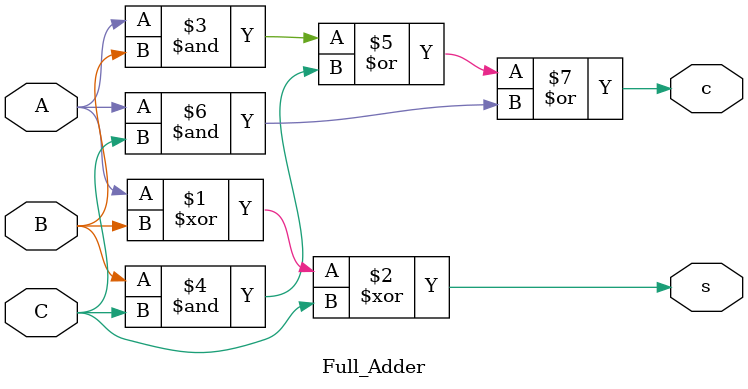
<source format=v>
/* Basic Full Adder with I/Ps A & B
C is the previous carry
O/P is stored as sum s and carry c
*/

module Full_Adder(input A, B, C, output s, c);

assign s = A^B^C;
assign c = (A&B)|(B&C)|(A&C);

endmodule
</source>
